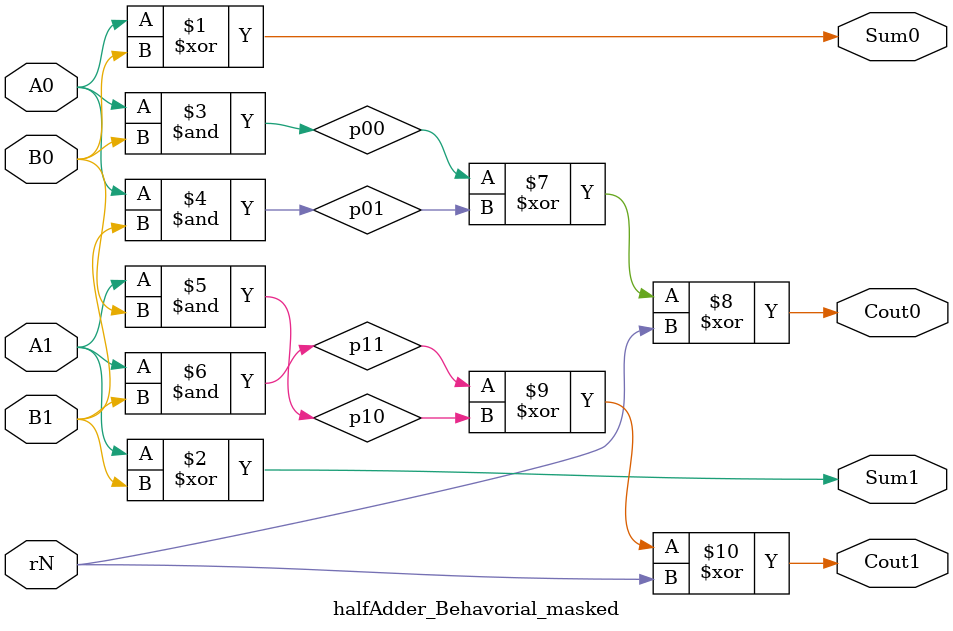
<source format=v>


module halfAdder_Behavorial_masked(
    input  wire A0,
    input  wire A1,
    input  wire B0,
    input  wire B1,
    input  wire rN,
    output wire Sum0,
    output wire Sum1,
    output wire Cout0,
    output wire Cout1
);
    wire p00, p01, p10, p11;

    // Masked XOR (linear, no randomness)
    assign Sum0 = A0 ^ B0;
    assign Sum1 = A1 ^ B1;

    // Partial products for masked AND
    assign p00 = A0 & B0;
    assign p01 = A0 & B1;
    assign p10 = A1 & B0;
    assign p11 = A1 & B1;

    // Masked AND with shared randomness
    assign Cout0 = p00 ^ p01 ^ rN;
    assign Cout1 = p11 ^ p10 ^ rN;
endmodule

</source>
